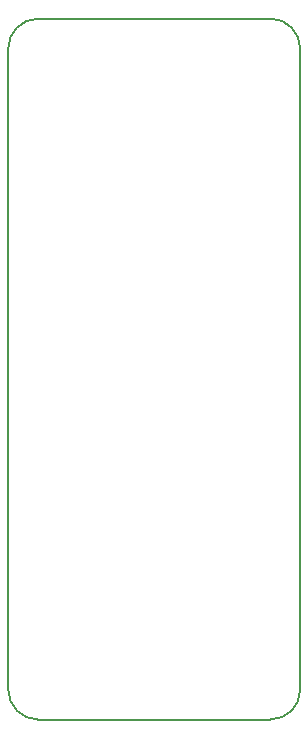
<source format=gbr>
G04 #@! TF.GenerationSoftware,KiCad,Pcbnew,5.0.2+dfsg1-1~bpo9+1*
G04 #@! TF.CreationDate,2019-07-06T14:36:30+01:00*
G04 #@! TF.ProjectId,pi_gpio_breakout_fan,70695f67-7069-46f5-9f62-7265616b6f75,rev?*
G04 #@! TF.SameCoordinates,Original*
G04 #@! TF.FileFunction,Profile,NP*
%FSLAX46Y46*%
G04 Gerber Fmt 4.6, Leading zero omitted, Abs format (unit mm)*
G04 Created by KiCad (PCBNEW 5.0.2+dfsg1-1~bpo9+1) date Sat 06 Jul 2019 14:36:30 BST*
%MOMM*%
%LPD*%
G01*
G04 APERTURE LIST*
%ADD10C,0.150000*%
G04 APERTURE END LIST*
D10*
X160782000Y-152920700D02*
X160782000Y-98628200D01*
X138607800Y-96100900D02*
X158254700Y-96100900D01*
X136055100Y-98640900D02*
X136055100Y-152895300D01*
X138595100Y-155448000D02*
X158242000Y-155448000D01*
X136055100Y-152908000D02*
G75*
G03X138595100Y-155448000I2540000J0D01*
G01*
X138595100Y-96100900D02*
G75*
G03X136055100Y-98640900I0J-2540000D01*
G01*
X158242000Y-155448000D02*
G75*
G03X160782000Y-152908000I0J2540000D01*
G01*
X160782000Y-98640900D02*
G75*
G03X158242000Y-96100900I-2540000J0D01*
G01*
M02*

</source>
